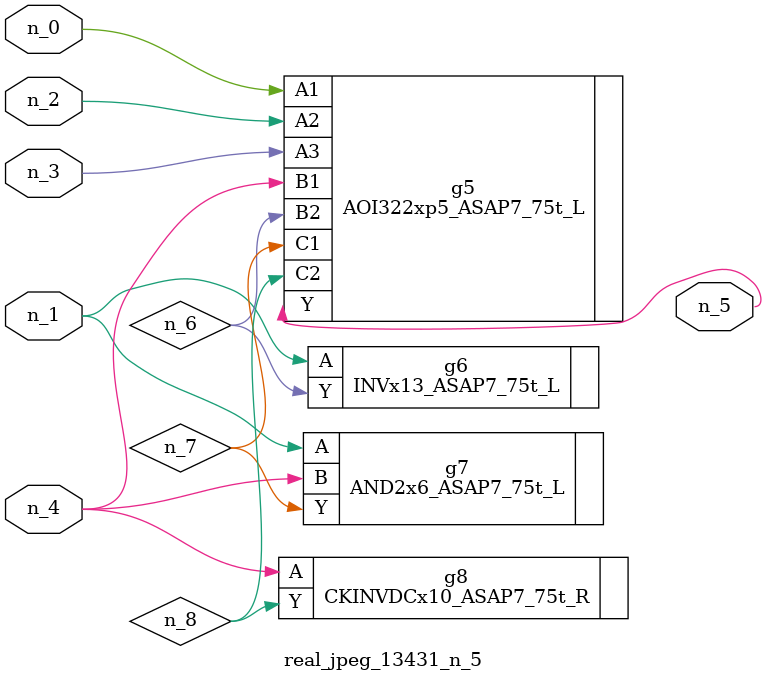
<source format=v>
module real_jpeg_13431_n_5 (n_4, n_0, n_1, n_2, n_3, n_5);

input n_4;
input n_0;
input n_1;
input n_2;
input n_3;

output n_5;

wire n_8;
wire n_6;
wire n_7;

AOI322xp5_ASAP7_75t_L g5 ( 
.A1(n_0),
.A2(n_2),
.A3(n_3),
.B1(n_4),
.B2(n_6),
.C1(n_7),
.C2(n_8),
.Y(n_5)
);

INVx13_ASAP7_75t_L g6 ( 
.A(n_1),
.Y(n_6)
);

AND2x6_ASAP7_75t_L g7 ( 
.A(n_1),
.B(n_4),
.Y(n_7)
);

CKINVDCx10_ASAP7_75t_R g8 ( 
.A(n_4),
.Y(n_8)
);


endmodule
</source>
